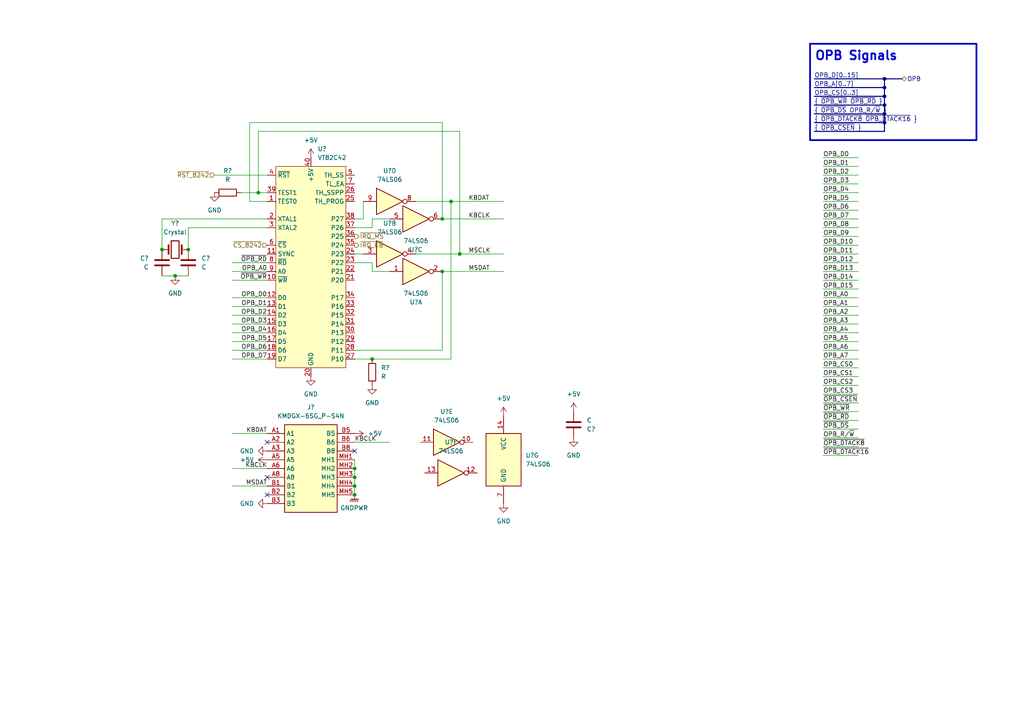
<source format=kicad_sch>
(kicad_sch (version 20230121) (generator eeschema)
  (paper "A4")
  (lib_symbols
    (symbol "74xx:74LS06" (pin_names (offset 1.016))
      (property "Reference" "U" (at 0 1.27 0))
      (property "Value" "74LS06" (at 0 -1.27 0))
      (symbol "74LS06_1_0"
        (polyline (pts (xy -3.81 3.81) (xy -3.81 -3.81) (xy 3.81 0) (xy -3.81 3.81)) (stroke (width 0.254)) (fill (type background)))
        (pin input line (at -7.62 0 0) (length 3.81) (name "~") (number "1"))
        (pin open_collector inverted (at 7.62 0 180) (length 3.81) (name "~") (number "2"))
      )
      (symbol "74LS06_2_0"
        (polyline (pts (xy -3.81 3.81) (xy -3.81 -3.81) (xy 3.81 0) (xy -3.81 3.81)) (stroke (width 0.254)) (fill (type background)))
        (pin input line (at -7.62 0 0) (length 3.81) (name "~") (number "3"))
        (pin open_collector inverted (at 7.62 0 180) (length 3.81) (name "~") (number "4"))
      )
      (symbol "74LS06_3_0"
        (polyline (pts (xy -3.81 3.81) (xy -3.81 -3.81) (xy 3.81 0) (xy -3.81 3.81)) (stroke (width 0.254)) (fill (type background)))
        (pin input line (at -7.62 0 0) (length 3.81) (name "~") (number "5"))
        (pin open_collector inverted (at 7.62 0 180) (length 3.81) (name "~") (number "6"))
      )
      (symbol "74LS06_4_0"
        (polyline (pts (xy -3.81 3.81) (xy -3.81 -3.81) (xy 3.81 0) (xy -3.81 3.81)) (stroke (width 0.254)) (fill (type background)))
        (pin open_collector inverted (at 7.62 0 180) (length 3.81) (name "~") (number "8"))
        (pin input line (at -7.62 0 0) (length 3.81) (name "~") (number "9"))
      )
      (symbol "74LS06_5_0"
        (polyline (pts (xy -3.81 3.81) (xy -3.81 -3.81) (xy 3.81 0) (xy -3.81 3.81)) (stroke (width 0.254)) (fill (type background)))
        (pin open_collector inverted (at 7.62 0 180) (length 3.81) (name "~") (number "10"))
        (pin input line (at -7.62 0 0) (length 3.81) (name "~") (number "11"))
      )
      (symbol "74LS06_6_0"
        (polyline (pts (xy -3.81 3.81) (xy -3.81 -3.81) (xy 3.81 0) (xy -3.81 3.81)) (stroke (width 0.254)) (fill (type background)))
        (pin open_collector inverted (at 7.62 0 180) (length 3.81) (name "~") (number "12"))
        (pin input line (at -7.62 0 0) (length 3.81) (name "~") (number "13"))
      )
      (symbol "74LS06_7_0"
        (pin power_in line (at 0 12.7 270) (length 5.08) (name "VCC") (number "14"))
        (pin power_in line (at 0 -12.7 90) (length 5.08) (name "GND") (number "7"))
      )
      (symbol "74LS06_7_1"
        (rectangle (start -5.08 7.62) (end 5.08 -7.62) (stroke (width 0.254)) (fill (type background)))
      )
    )
    (symbol "Device:C" (pin_numbers hide) (pin_names (offset 0.254))
      (property "Reference" "C" (at 0.635 2.54 0))
      (property "Value" "C" (at 0.635 -2.54 0))
      (symbol "C_0_1"
        (polyline (pts (xy -2.032 -0.762) (xy 2.032 -0.762)) (stroke (width 0.508)))
        (polyline (pts (xy -2.032 0.762) (xy 2.032 0.762)) (stroke (width 0.508)))
      )
      (symbol "C_1_1"
        (pin passive line (at 0 3.81 270) (length 2.794) (name "~") (number "1"))
        (pin passive line (at 0 -3.81 90) (length 2.794) (name "~") (number "2"))
      )
    )
    (symbol "Device:Crystal" (pin_numbers hide) (pin_names (offset 1.016) hide)
      (property "Reference" "Y" (at 0 3.81 0))
      (property "Value" "Crystal" (at 0 -3.81 0))
      (symbol "Crystal_0_1"
        (rectangle (start -1.143 2.54) (end 1.143 -2.54) (stroke (width 0.3048)))
        (polyline (pts (xy -2.54 0) (xy -1.905 0)))
        (polyline (pts (xy -1.905 -1.27) (xy -1.905 1.27)) (stroke (width 0.508)))
        (polyline (pts (xy 1.905 -1.27) (xy 1.905 1.27)) (stroke (width 0.508)))
        (polyline (pts (xy 2.54 0) (xy 1.905 0)))
      )
      (symbol "Crystal_1_1"
        (pin passive line (at -3.81 0 0) (length 1.27) (name "1") (number "1"))
        (pin passive line (at 3.81 0 180) (length 1.27) (name "2") (number "2"))
      )
    )
    (symbol "Device:R" (pin_numbers hide) (pin_names (offset 0))
      (property "Reference" "R" (at 2.032 0 90))
      (property "Value" "R" (at 0 0 90))
      (symbol "R_0_1"
        (rectangle (start -1.016 -2.54) (end 1.016 2.54) (stroke (width 0.254)))
      )
      (symbol "R_1_1"
        (pin passive line (at 0 3.81 270) (length 1.27) (name "~") (number "1"))
        (pin passive line (at 0 -3.81 90) (length 1.27) (name "~") (number "2"))
      )
    )
    (symbol "KMDGX-6SG_P-S4N:KMDGX-6SG_P-S4N"
      (property "Reference" "J" (at 21.59 7.62 0))
      (property "Value" "KMDGX-6SG_P-S4N" (at 21.59 5.08 0))
      (symbol "KMDGX-6SG_P-S4N_1_1"
        (rectangle (start 5.08 2.54) (end 20.32 -22.86) (stroke (width 0.254)) (fill (type background)))
        (pin passive line (at 0 0 0) (length 5.08) (name "A1") (number "A1"))
        (pin passive line (at 0 -2.54 0) (length 5.08) (name "A2") (number "A2"))
        (pin passive line (at 0 -5.08 0) (length 5.08) (name "A3") (number "A3"))
        (pin passive line (at 0 -7.62 0) (length 5.08) (name "A5") (number "A5"))
        (pin passive line (at 0 -10.16 0) (length 5.08) (name "A6") (number "A6"))
        (pin passive line (at 0 -12.7 0) (length 5.08) (name "A8") (number "A8"))
        (pin passive line (at 0 -15.24 0) (length 5.08) (name "B1") (number "B1"))
        (pin passive line (at 0 -17.78 0) (length 5.08) (name "B2") (number "B2"))
        (pin passive line (at 0 -20.32 0) (length 5.08) (name "B3") (number "B3"))
        (pin passive line (at 25.4 0 180) (length 5.08) (name "B5") (number "B5"))
        (pin passive line (at 25.4 -2.54 180) (length 5.08) (name "B6") (number "B6"))
        (pin passive line (at 25.4 -5.08 180) (length 5.08) (name "B8") (number "B8"))
        (pin passive line (at 25.4 -7.62 180) (length 5.08) (name "MH1") (number "MH1"))
        (pin passive line (at 25.4 -10.16 180) (length 5.08) (name "MH2") (number "MH2"))
        (pin passive line (at 25.4 -12.7 180) (length 5.08) (name "MH3") (number "MH3"))
        (pin passive line (at 25.4 -15.24 180) (length 5.08) (name "MH4") (number "MH4"))
        (pin passive line (at 25.4 -17.78 180) (length 5.08) (name "MH5") (number "MH5"))
      )
    )
    (symbol "VT82C42:VT82C42"
      (property "Reference" "U" (at -5.08 29.21 0))
      (property "Value" "VT82C42" (at 5.08 29.21 0))
      (symbol "VT82C42_1_1"
        (rectangle (start -10.16 27.94) (end 10.16 -30.48) (fill (type background)))
        (pin input line (at -12.7 17.78 0) (length 2.54) (name "TEST0") (number "1"))
        (pin input line (at -12.7 -5.08 0) (length 2.54) (name "~{WR}") (number "10"))
        (pin output line (at -12.7 2.54 0) (length 2.54) (name "SYNC") (number "11"))
        (pin bidirectional line (at -12.7 -10.16 0) (length 2.54) (name "D0") (number "12"))
        (pin bidirectional line (at -12.7 -12.7 0) (length 2.54) (name "D1") (number "13"))
        (pin bidirectional line (at -12.7 -15.24 0) (length 2.54) (name "D2") (number "14"))
        (pin bidirectional line (at -12.7 -17.78 0) (length 2.54) (name "D3") (number "15"))
        (pin bidirectional line (at -12.7 -20.32 0) (length 2.54) (name "D4") (number "16"))
        (pin bidirectional line (at -12.7 -22.86 0) (length 2.54) (name "D5") (number "17"))
        (pin bidirectional line (at -12.7 -25.4 0) (length 2.54) (name "D6") (number "18"))
        (pin bidirectional line (at -12.7 -27.94 0) (length 2.54) (name "D7") (number "19"))
        (pin input line (at -12.7 12.7 0) (length 2.54) (name "XTAL1") (number "2"))
        (pin power_in line (at 0 -33.02 90) (length 2.54) (name "GND") (number "20"))
        (pin output line (at 12.7 -5.08 180) (length 2.54) (name "P20") (number "21"))
        (pin output line (at 12.7 -2.54 180) (length 2.54) (name "P21") (number "22"))
        (pin output line (at 12.7 0 180) (length 2.54) (name "P22") (number "23"))
        (pin output line (at 12.7 2.54 180) (length 2.54) (name "P23") (number "24"))
        (pin input line (at 12.7 17.78 180) (length 2.54) (name "TH_PROG") (number "25"))
        (pin input line (at 12.7 20.32 180) (length 2.54) (name "TH_SSPP") (number "26"))
        (pin bidirectional line (at 12.7 -27.94 180) (length 2.54) (name "P10") (number "27"))
        (pin bidirectional line (at 12.7 -25.4 180) (length 2.54) (name "P11") (number "28"))
        (pin bidirectional line (at 12.7 -22.86 180) (length 2.54) (name "P12") (number "29"))
        (pin input line (at -12.7 10.16 0) (length 2.54) (name "XTAL2") (number "3"))
        (pin bidirectional line (at 12.7 -20.32 180) (length 2.54) (name "P13") (number "30"))
        (pin bidirectional line (at 12.7 -17.78 180) (length 2.54) (name "P14") (number "31"))
        (pin bidirectional line (at 12.7 -15.24 180) (length 2.54) (name "P15") (number "32"))
        (pin input line (at 12.7 -12.7 180) (length 2.54) (name "P16") (number "33"))
        (pin input line (at 12.7 -10.16 180) (length 2.54) (name "P17") (number "34"))
        (pin output line (at 12.7 5.08 180) (length 2.54) (name "P24") (number "35"))
        (pin output line (at 12.7 7.62 180) (length 2.54) (name "P25") (number "36"))
        (pin output line (at 12.7 10.16 180) (length 2.54) (name "P26") (number "37"))
        (pin output line (at 12.7 12.7 180) (length 2.54) (name "P27") (number "38"))
        (pin input line (at -12.7 20.32 0) (length 2.54) (name "TEST1") (number "39"))
        (pin input line (at -12.7 25.4 0) (length 2.54) (name "~{RST}") (number "4"))
        (pin power_in line (at 0 30.48 270) (length 2.54) (name "+5V") (number "40"))
        (pin input line (at 12.7 25.4 180) (length 2.54) (name "TH_SS") (number "5"))
        (pin input line (at -12.7 5.08 0) (length 2.54) (name "~{CS}") (number "6"))
        (pin input line (at 12.7 22.86 180) (length 2.54) (name "TL_EA") (number "7"))
        (pin input line (at -12.7 0 0) (length 2.54) (name "~{RD}") (number "8"))
        (pin input line (at -12.7 -2.54 0) (length 2.54) (name "A0") (number "9"))
      )
    )
    (symbol "power:+5V" (power) (pin_names (offset 0))
      (property "Value" "+5V" (at 0 3.556 0))
      (symbol "+5V_0_1"
        (polyline (pts (xy -0.762 1.27) (xy 0 2.54)))
        (polyline (pts (xy 0 0) (xy 0 2.54)))
        (polyline (pts (xy 0 2.54) (xy 0.762 1.27)))
      )
      (symbol "+5V_1_1"
        (pin power_in line (at 0 0 90) (length 0) hide (name "+5V") (number "1"))
      )
    )
    (symbol "power:GND" (power) (pin_names (offset 0))
      (property "Value" "GND" (at 0 -3.81 0))
      (symbol "GND_0_1"
        (polyline (pts (xy 0 0) (xy 0 -1.27) (xy 1.27 -1.27) (xy 0 -2.54) (xy -1.27 -1.27) (xy 0 -1.27)))
      )
      (symbol "GND_1_1"
        (pin power_in line (at 0 0 270) (length 0) hide (name "GND") (number "1"))
      )
    )
    (symbol "power:GNDPWR" (power) (pin_names (offset 0))
      (property "Value" "GNDPWR" (at 0 -3.302 0))
      (symbol "GNDPWR_0_1"
        (polyline (pts (xy 0 -1.27) (xy 0 0)))
        (polyline (pts (xy -1.016 -1.27) (xy -1.27 -2.032) (xy -1.27 -2.032)) (stroke (width 0.2032)))
        (polyline (pts (xy -0.508 -1.27) (xy -0.762 -2.032) (xy -0.762 -2.032)) (stroke (width 0.2032)))
        (polyline (pts (xy 0 -1.27) (xy -0.254 -2.032) (xy -0.254 -2.032)) (stroke (width 0.2032)))
        (polyline (pts (xy 0.508 -1.27) (xy 0.254 -2.032) (xy 0.254 -2.032)) (stroke (width 0.2032)))
        (polyline (pts (xy 1.016 -1.27) (xy -1.016 -1.27) (xy -1.016 -1.27)) (stroke (width 0.2032)))
        (polyline (pts (xy 1.016 -1.27) (xy 0.762 -2.032) (xy 0.762 -2.032) (xy 0.762 -2.032)) (stroke (width 0.2032)))
      )
      (symbol "GNDPWR_1_1"
        (pin power_in line (at 0 0 270) (length 0) hide (name "GNDPWR") (number "1"))
      )
    )
  )
  (junction (at 130.81 58.42))
  (junction (at 133.35 73.66))
  (junction (at 54.61 72.39))
  (junction (at 102.87 138.43))
  (junction (at 50.8 80.01))
  (junction (at 102.87 140.97))
  (junction (at 74.93 55.88))
  (junction (at 256.54 25.4))
  (junction (at 128.27 78.74))
  (junction (at 46.99 72.39))
  (junction (at 256.54 22.86))
  (junction (at 256.54 35.56))
  (junction (at 102.87 143.51))
  (junction (at 256.54 30.48))
  (junction (at 107.95 104.14))
  (junction (at 256.54 27.94))
  (junction (at 102.87 135.89))
  (junction (at 128.27 63.5))
  (junction (at 256.54 33.02))
  (no_connect (at 102.87 130.81))
  (no_connect (at 77.47 128.27))
  (no_connect (at 77.47 143.51))
  (no_connect (at 77.47 138.43))
  (wire (pts (xy 102.87 63.5) (xy 105.41 63.5)))
  (wire (pts (xy 67.31 104.14) (xy 77.47 104.14)))
  (wire (pts (xy 248.92 106.68) (xy 238.76 106.68)))
  (wire (pts (xy 248.92 119.38) (xy 238.76 119.38)))
  (wire (pts (xy 107.95 78.74) (xy 113.03 78.74)))
  (wire (pts (xy 107.95 104.14) (xy 130.81 104.14)))
  (wire (pts (xy 248.92 83.82) (xy 238.76 83.82)))
  (wire (pts (xy 128.27 78.74) (xy 146.05 78.74)))
  (wire (pts (xy 107.95 76.2) (xy 107.95 78.74)))
  (wire (pts (xy 67.31 91.44) (xy 77.47 91.44)))
  (wire (pts (xy 248.92 88.9) (xy 238.76 88.9)))
  (wire (pts (xy 102.87 76.2) (xy 107.95 76.2)))
  (wire (pts (xy 46.99 80.01) (xy 50.8 80.01)))
  (bus (pts (xy 236.22 27.94) (xy 256.54 27.94)))
  (bus (pts (xy 236.22 22.86) (xy 256.54 22.86)))
  (wire (pts (xy 248.92 111.76) (xy 238.76 111.76)))
  (bus (pts (xy 236.22 25.4) (xy 256.54 25.4)))
  (wire (pts (xy 102.87 101.6) (xy 128.27 101.6)))
  (wire (pts (xy 248.92 99.06) (xy 238.76 99.06)))
  (wire (pts (xy 102.87 73.66) (xy 105.41 73.66)))
  (wire (pts (xy 102.87 140.97) (xy 102.87 143.51)))
  (wire (pts (xy 128.27 101.6) (xy 128.27 78.74)))
  (wire (pts (xy 248.92 81.28) (xy 238.76 81.28)))
  (wire (pts (xy 248.92 96.52) (xy 238.76 96.52)))
  (wire (pts (xy 248.92 116.84) (xy 238.76 116.84)))
  (wire (pts (xy 107.95 63.5) (xy 113.03 63.5)))
  (wire (pts (xy 248.92 121.92) (xy 238.76 121.92)))
  (wire (pts (xy 248.92 124.46) (xy 238.76 124.46)))
  (wire (pts (xy 105.41 63.5) (xy 105.41 58.42)))
  (wire (pts (xy 67.31 76.2) (xy 77.47 76.2)))
  (wire (pts (xy 77.47 58.42) (xy 72.39 58.42)))
  (wire (pts (xy 248.92 71.12) (xy 238.76 71.12)))
  (bus (pts (xy 256.54 27.94) (xy 256.54 25.4)))
  (wire (pts (xy 102.87 66.04) (xy 107.95 66.04)))
  (wire (pts (xy 248.92 68.58) (xy 238.76 68.58)))
  (bus (pts (xy 256.54 35.56) (xy 256.54 33.02)))
  (bus (pts (xy 256.54 33.02) (xy 256.54 30.48)))
  (wire (pts (xy 67.31 93.98) (xy 77.47 93.98)))
  (wire (pts (xy 46.99 63.5) (xy 46.99 72.39)))
  (bus (pts (xy 256.54 25.4) (xy 256.54 22.86)))
  (wire (pts (xy 248.92 73.66) (xy 238.76 73.66)))
  (bus (pts (xy 236.22 33.02) (xy 256.54 33.02)))
  (wire (pts (xy 77.47 63.5) (xy 46.99 63.5)))
  (wire (pts (xy 248.92 45.72) (xy 238.76 45.72)))
  (wire (pts (xy 54.61 66.04) (xy 54.61 72.39)))
  (wire (pts (xy 248.92 60.96) (xy 238.76 60.96)))
  (wire (pts (xy 67.31 99.06) (xy 77.47 99.06)))
  (wire (pts (xy 120.65 58.42) (xy 130.81 58.42)))
  (wire (pts (xy 50.8 80.01) (xy 54.61 80.01)))
  (wire (pts (xy 130.81 58.42) (xy 130.81 104.14)))
  (wire (pts (xy 248.92 114.3) (xy 238.76 114.3)))
  (wire (pts (xy 107.95 104.14) (xy 102.87 104.14)))
  (wire (pts (xy 248.92 50.8) (xy 238.76 50.8)))
  (wire (pts (xy 128.27 35.56) (xy 128.27 63.5)))
  (wire (pts (xy 133.35 73.66) (xy 146.05 73.66)))
  (wire (pts (xy 67.31 125.73) (xy 77.47 125.73)))
  (wire (pts (xy 248.92 129.54) (xy 238.76 129.54)))
  (wire (pts (xy 113.03 128.27) (xy 102.87 128.27)))
  (wire (pts (xy 248.92 91.44) (xy 238.76 91.44)))
  (wire (pts (xy 54.61 66.04) (xy 77.47 66.04)))
  (wire (pts (xy 74.93 55.88) (xy 74.93 38.1)))
  (wire (pts (xy 67.31 86.36) (xy 77.47 86.36)))
  (wire (pts (xy 248.92 101.6) (xy 238.76 101.6)))
  (wire (pts (xy 102.87 138.43) (xy 102.87 140.97)))
  (wire (pts (xy 248.92 109.22) (xy 238.76 109.22)))
  (wire (pts (xy 69.85 55.88) (xy 74.93 55.88)))
  (bus (pts (xy 236.22 38.1) (xy 256.54 38.1)))
  (wire (pts (xy 67.31 81.28) (xy 77.47 81.28)))
  (wire (pts (xy 248.92 76.2) (xy 238.76 76.2)))
  (wire (pts (xy 102.87 133.35) (xy 102.87 135.89)))
  (wire (pts (xy 102.87 135.89) (xy 102.87 138.43)))
  (wire (pts (xy 248.92 93.98) (xy 238.76 93.98)))
  (wire (pts (xy 248.92 66.04) (xy 238.76 66.04)))
  (wire (pts (xy 72.39 35.56) (xy 128.27 35.56)))
  (bus (pts (xy 256.54 38.1) (xy 256.54 35.56)))
  (wire (pts (xy 248.92 58.42) (xy 238.76 58.42)))
  (wire (pts (xy 72.39 58.42) (xy 72.39 35.56)))
  (wire (pts (xy 128.27 63.5) (xy 146.05 63.5)))
  (bus (pts (xy 256.54 30.48) (xy 256.54 27.94)))
  (wire (pts (xy 248.92 86.36) (xy 238.76 86.36)))
  (wire (pts (xy 62.23 50.8) (xy 77.47 50.8)))
  (wire (pts (xy 74.93 38.1) (xy 133.35 38.1)))
  (wire (pts (xy 130.81 58.42) (xy 146.05 58.42)))
  (bus (pts (xy 236.22 35.56) (xy 256.54 35.56)))
  (wire (pts (xy 74.93 55.88) (xy 77.47 55.88)))
  (bus (pts (xy 236.22 30.48) (xy 256.54 30.48)))
  (wire (pts (xy 248.92 132.08) (xy 238.76 132.08)))
  (wire (pts (xy 248.92 78.74) (xy 238.76 78.74)))
  (wire (pts (xy 248.92 104.14) (xy 238.76 104.14)))
  (wire (pts (xy 248.92 53.34) (xy 238.76 53.34)))
  (wire (pts (xy 248.92 63.5) (xy 238.76 63.5)))
  (wire (pts (xy 67.31 96.52) (xy 77.47 96.52)))
  (wire (pts (xy 67.31 101.6) (xy 77.47 101.6)))
  (wire (pts (xy 248.92 48.26) (xy 238.76 48.26)))
  (wire (pts (xy 67.31 140.97) (xy 77.47 140.97)))
  (bus (pts (xy 256.54 22.86) (xy 261.62 22.86)))
  (wire (pts (xy 133.35 73.66) (xy 133.35 38.1)))
  (wire (pts (xy 77.47 78.74) (xy 67.31 78.74)))
  (wire (pts (xy 107.95 66.04) (xy 107.95 63.5)))
  (wire (pts (xy 67.31 88.9) (xy 77.47 88.9)))
  (wire (pts (xy 248.92 55.88) (xy 238.76 55.88)))
  (wire (pts (xy 248.92 127) (xy 238.76 127)))
  (wire (pts (xy 120.65 73.66) (xy 133.35 73.66)))
  (wire (pts (xy 67.31 135.89) (xy 77.47 135.89)))
  (rectangle (start 234.95 12.7) (end 283.21 40.64) (stroke (width 0.508)))
  (text "OPB Signals" (at 236.22 17.78 0) (effects (font (size 2.54 2.54) (thickness 0.508) bold) (justify left bottom)))
  (label "OPB_D8" (at 238.76 66.04 0))
  (label "OPB_A[0..7]" (at 236.22 25.4 0))
  (label "KBDAT" (at 77.47 125.73 180))
  (label "OPB_D7" (at 238.76 63.5 0))
  (label "{ ~{OPB_DTACK8} ~{OPB_DTACK16} }" (at 236.22 35.56 0))
  (label "~{OPB_WR}" (at 77.47 81.28 180))
  (label "{ ~{OPB_CSEN} }" (at 236.22 38.1 0))
  (label "OPB_D5" (at 77.47 99.06 180))
  (label "{ ~{OPB_WR} ~{OPB_RD} }" (at 236.22 30.48 0))
  (label "OPB_A3" (at 238.76 93.98 0))
  (label "OPB_D11" (at 238.76 73.66 0))
  (label "~{OPB_RD}" (at 238.76 121.92 0))
  (label "OPB_CS3" (at 238.76 114.3 0))
  (label "~{OPB_WR}" (at 238.76 119.38 0))
  (label "OPB_R{slash}~{W}" (at 238.76 127 0))
  (label "MSDAT" (at 77.47 140.97 180))
  (label "OPB_D6" (at 238.76 60.96 0))
  (label "OPB_D13" (at 238.76 78.74 0))
  (label "KBCLK" (at 102.87 128.27 0))
  (label "OPB_A0" (at 77.47 78.74 180))
  (label "OPB_D2" (at 77.47 91.44 180))
  (label "OPB_D9" (at 238.76 68.58 0))
  (label "OPB_D5" (at 238.76 58.42 0))
  (label "OPB_D12" (at 238.76 76.2 0))
  (label "OPB_A4" (at 238.76 96.52 0))
  (label "OPB_D6" (at 77.47 101.6 180))
  (label "OPB_D3" (at 77.47 93.98 180))
  (label "~{OPB_DTACK8}" (at 238.76 129.54 0))
  (label "OPB_A1" (at 238.76 88.9 0))
  (label "KBCLK" (at 77.47 135.89 180))
  (label "OPB_A0" (at 238.76 86.36 0))
  (label "OPB_A6" (at 238.76 101.6 0))
  (label "OPB_A5" (at 238.76 99.06 0))
  (label "OPB_D1" (at 238.76 48.26 0))
  (label "OPB_D3" (at 238.76 53.34 0))
  (label "OPB_D4" (at 238.76 55.88 0))
  (label "OPB_D14" (at 238.76 81.28 0))
  (label "OPB_CS1" (at 238.76 109.22 0))
  (label "OPB_A2" (at 238.76 91.44 0))
  (label "KBDAT" (at 135.89 58.42 0))
  (label "OPB_D4" (at 77.47 96.52 180))
  (label "OPB_CS0" (at 238.76 106.68 0))
  (label "~{OPB_RD}" (at 77.47 76.2 180))
  (label "{ ~{OPB_DS} OPB_R{slash}~{W} }" (at 236.22 33.02 0))
  (label "OPB_D10" (at 238.76 71.12 0))
  (label "OPB_D1" (at 77.47 88.9 180))
  (label "OPB_A7" (at 238.76 104.14 0))
  (label "OPB_D0" (at 238.76 45.72 0))
  (label "MSDAT" (at 135.89 78.74 0))
  (label "OPB_CS[0..3]" (at 236.22 27.94 0))
  (label "OPB_D[0..15]" (at 236.22 22.86 0))
  (label "OPB_D0" (at 77.47 86.36 180))
  (label "~{OPB_CSEN}" (at 238.76 116.84 0))
  (label "OPB_CS2" (at 238.76 111.76 0))
  (label "KBCLK" (at 135.89 63.5 0))
  (label "~{OPB_DS}" (at 238.76 124.46 0))
  (label "MSCLK" (at 135.89 73.66 0))
  (label "~{OPB_DTACK16}" (at 238.76 132.08 0))
  (label "OPB_D15" (at 238.76 83.82 0))
  (label "OPB_D2" (at 238.76 50.8 0))
  (label "OPB_D7" (at 77.47 104.14 180))
  (hierarchical_label "~{CS_8242}" (shape input) (at 77.47 71.12 180))
  (hierarchical_label "OPB" (shape bidirectional) (at 261.62 22.86 0))
  (hierarchical_label "~{IRQ_MS}" (shape output) (at 102.87 68.58 0))
  (hierarchical_label "~{RST_8242}" (shape input) (at 62.23 50.8 180))
  (hierarchical_label "~{IRQ_KB}" (shape output) (at 102.87 71.12 0))
  (symbol (lib_id "Device:C") (at 166.37 123.19 0) (mirror x) (unit 1)
    (property "Reference" "C?" (at 170.18 124.46 0) (effects (justify left)))
    (property "Value" "C" (at 170.18 121.92 0) (effects (justify left)))
    (property "Footprint" "Capacitor_SMD:C_0603_1608Metric_Pad1.08x0.95mm_HandSolder" (effects hide))
    (instances (project "m68k-hbc" (path "" (reference "C?") (unit 1)) (path "" (reference "C167") (unit 1))))
  )
  (symbol (lib_id "74xx:74LS06") (at 130.81 137.16 0) (unit 6)
    (property "Reference" "U?" (at 130.81 128.27 0))
    (property "Value" "74LS06" (at 130.81 130.81 0))
    (property "Footprint" "Package_SO:SOIC-14W_7.5x9mm_P1.27mm" (effects hide))
    (property "Datasheet" "http://www.ti.com/lit/gpn/sn74LS06" (effects hide))
    (instances (project "m68k-hbc" (path "" (reference "U?") (unit 6)) (path "" (reference "U40") (unit 6))))
  )
  (symbol (lib_id "Device:C") (at 46.99 76.2 0) (unit 1)
    (property "Reference" "C?" (at 43.18 74.93 0) (effects (justify right)))
    (property "Value" "C" (at 43.18 77.47 0) (effects (justify right)))
    (property "Footprint" "Capacitor_SMD:C_0603_1608Metric_Pad1.08x0.95mm_HandSolder" (effects hide))
    (instances (project "m68k-hbc" (path "" (reference "C?") (unit 1)) (path "" (reference "C54") (unit 1))))
  )
  (symbol (lib_id "power:+5V") (at 166.37 119.38 0) (unit 1)
    (property "Reference" "#PWR0113" (effects hide))
    (property "Value" "+5V" (at 166.37 114.3 0))
  )
  (symbol (lib_id "Device:R") (at 66.04 55.88 90) (unit 1)
    (property "Reference" "R?" (at 66.04 49.53 90))
    (property "Value" "R" (at 66.04 52.07 90))
    (property "Footprint" "Resistor_SMD:R_0603_1608Metric_Pad0.98x0.95mm_HandSolder" (effects hide))
    (instances (project "m68k-hbc" (path "" (reference "R?") (unit 1)) (path "" (reference "R3") (unit 1))))
  )
  (symbol (lib_id "power:GND") (at 166.37 127 0) (unit 1)
    (property "Reference" "#PWR0128" (effects hide))
    (property "Value" "GND" (at 166.37 132.08 0))
  )
  (symbol (lib_id "power:GND") (at 77.47 130.81 270) (unit 1)
    (property "Reference" "#PWR?" (effects hide))
    (property "Value" "GND" (at 73.66 130.81 90) (effects (justify right)))
    (instances (project "m68k-hbc" (path "" (reference "#PWR?") (unit 1)) (path "" (reference "#PWR0160") (unit 1))))
  )
  (symbol (lib_id "power:+5V") (at 102.87 125.73 270) (mirror x) (unit 1)
    (property "Reference" "#PWR?" (effects hide))
    (property "Value" "+5V" (at 106.68 125.73 90) (effects (justify left)))
    (instances (project "m68k-hbc" (path "" (reference "#PWR?") (unit 1)) (path "" (reference "#PWR0127") (unit 1))))
  )
  (symbol (lib_id "74xx:74LS06") (at 146.05 133.35 0) (unit 7)
    (property "Reference" "U?" (at 152.4 132.08 0) (effects (justify left)))
    (property "Value" "74LS06" (at 152.4 134.62 0) (effects (justify left)))
    (property "Footprint" "Package_SO:SOIC-14W_7.5x9mm_P1.27mm" (effects hide))
    (property "Datasheet" "http://www.ti.com/lit/gpn/sn74LS06" (effects hide))
    (instances (project "m68k-hbc" (path "" (reference "U?") (unit 7)) (path "" (reference "U40") (unit 7))))
  )
  (symbol (lib_id "power:+5V") (at 77.47 133.35 90) (unit 1)
    (property "Reference" "#PWR?" (effects hide))
    (property "Value" "+5V" (at 73.66 133.35 90) (effects (justify left)))
    (instances (project "m68k-hbc" (path "" (reference "#PWR?") (unit 1)) (path "" (reference "#PWR0325") (unit 1))))
  )
  (symbol (lib_id "power:GND") (at 77.47 146.05 270) (unit 1)
    (property "Reference" "#PWR?" (effects hide))
    (property "Value" "GND" (at 73.66 146.05 90) (effects (justify right)))
    (instances (project "m68k-hbc" (path "" (reference "#PWR?") (unit 1)) (path "" (reference "#PWR0327") (unit 1))))
  )
  (symbol (lib_id "power:+5V") (at 146.05 120.65 0) (unit 1)
    (property "Reference" "#PWR?" (effects hide))
    (property "Value" "+5V" (at 146.05 115.57 0))
    (instances (project "m68k-hbc" (path "" (reference "#PWR?") (unit 1)) (path "" (reference "#PWR0114") (unit 1))))
  )
  (symbol (lib_id "74xx:74LS06") (at 113.03 58.42 0) (unit 4)
    (property "Reference" "U?" (at 113.03 49.53 0))
    (property "Value" "74LS06" (at 113.03 52.07 0))
    (property "Footprint" "Package_SO:SOIC-14W_7.5x9mm_P1.27mm" (effects hide))
    (property "Datasheet" "http://www.ti.com/lit/gpn/sn74LS06" (effects hide))
    (instances (project "m68k-hbc" (path "" (reference "U?") (unit 4)) (path "" (reference "U40") (unit 4))))
  )
  (symbol (lib_id "power:GND") (at 107.95 111.76 0) (unit 1)
    (property "Reference" "#PWR?" (effects hide))
    (property "Value" "GND" (at 107.95 116.84 0))
    (instances (project "m68k-hbc" (path "" (reference "#PWR?") (unit 1)) (path "" (reference "#PWR0112") (unit 1))))
  )
  (symbol (lib_id "power:GND") (at 90.17 109.22 0) (unit 1)
    (property "Reference" "#PWR?" (effects hide))
    (property "Value" "GND" (at 90.17 114.3 0))
    (instances (project "m68k-hbc" (path "" (reference "#PWR?") (unit 1)) (path "" (reference "#PWR0111") (unit 1))))
  )
  (symbol (lib_id "power:GNDPWR") (at 102.87 143.51 0) (unit 1)
    (property "Reference" "#PWR?" (effects hide))
    (property "Value" "GNDPWR" (at 102.743 147.32 0))
    (instances (project "m68k-hbc" (path "" (reference "#PWR?") (unit 1)) (path "" (reference "#PWR0326") (unit 1))))
  )
  (symbol (lib_id "power:GND") (at 62.23 55.88 0) (unit 1)
    (property "Reference" "#PWR?" (effects hide))
    (property "Value" "GND" (at 62.23 60.96 0))
    (instances (project "m68k-hbc" (path "" (reference "#PWR?") (unit 1)) (path "" (reference "#PWR093") (unit 1))))
  )
  (symbol (lib_id "power:+5V") (at 90.17 45.72 0) (unit 1)
    (property "Reference" "#PWR?" (effects hide))
    (property "Value" "+5V" (at 90.17 40.64 0))
    (instances (project "m68k-hbc" (path "" (reference "#PWR?") (unit 1)) (path "" (reference "#PWR092") (unit 1))))
  )
  (symbol (lib_id "74xx:74LS06") (at 113.03 73.66 0) (unit 2)
    (property "Reference" "U?" (at 113.03 64.77 0))
    (property "Value" "74LS06" (at 113.03 67.31 0))
    (property "Footprint" "Package_SO:SOIC-14W_7.5x9mm_P1.27mm" (effects hide))
    (property "Datasheet" "http://www.ti.com/lit/gpn/sn74LS06" (effects hide))
    (instances (project "m68k-hbc" (path "" (reference "U?") (unit 2)) (path "" (reference "U40") (unit 2))))
  )
  (symbol (lib_id "power:GND") (at 146.05 146.05 0) (unit 1)
    (property "Reference" "#PWR?" (effects hide))
    (property "Value" "GND" (at 146.05 151.13 0))
    (instances (project "m68k-hbc" (path "" (reference "#PWR?") (unit 1)) (path "" (reference "#PWR0328") (unit 1))))
  )
  (symbol (lib_id "Device:R") (at 107.95 107.95 0) (unit 1)
    (property "Reference" "R?" (at 110.49 106.68 0) (effects (justify left)))
    (property "Value" "R" (at 110.49 109.22 0) (effects (justify left)))
    (property "Footprint" "Resistor_SMD:R_0603_1608Metric_Pad0.98x0.95mm_HandSolder" (effects hide))
    (instances (project "m68k-hbc" (path "" (reference "R?") (unit 1)) (path "" (reference "R8") (unit 1))))
  )
  (symbol (lib_id "KMDGX-6SG_P-S4N:KMDGX-6SG_P-S4N") (at 77.47 125.73 0) (unit 1)
    (property "Reference" "J?" (at 90.17 118.11 0))
    (property "Value" "KMDGX-6SG_P-S4N" (at 90.17 120.65 0))
    (property "Footprint" "KMDGX6SGPS4N" (effects hide))
    (property "Datasheet" "http://www.kycon.com/Pub_Eng_Draw/KMDGX-6SG-P-S4N.pdf" (effects hide))
    (property "Height" "28.55" (effects hide))
    (property "Mouser Part Number" "806-KMDGX-6SGP-S4N" (effects hide))
    (property "Mouser Price/Stock" "https://www.mouser.co.uk/ProductDetail/Kycon/KMDGX-6SG-P-S4N?qs=wzaPhkLM3Q5CI9SGP7X58Q%3D%3D" (effects hide))
    (property "Manufacturer_Name" "Kycon" (effects hide))
    (property "Manufacturer_Part_Number" "KMDGX-6SG/P-S4N" (effects hide))
    (instances (project "m68k-hbc" (path "" (reference "J?") (unit 1)) (path "" (reference "J11") (unit 1))))
  )
  (symbol (lib_id "VT82C42:VT82C42") (at 90.17 76.2 0) (unit 1)
    (property "Reference" "U?" (at 92.1259 43.18 0) (effects (justify left)))
    (property "Value" "VT82C42" (at 92.1259 45.72 0) (effects (justify left)))
    (property "Footprint" "Package_DIP:DIP-40_W15.24mm_Socket" (effects hide))
    (property "Datasheet" "http://www.bitsavers.org/components/viaTechnologies/VT82C42_Keyboard_Controller_199511.pdf" (effects hide))
    (instances (project "m68k-hbc" (path "" (reference "U?") (unit 1)) (path "" (reference "U41") (unit 1))))
  )
  (symbol (lib_id "Device:C") (at 54.61 76.2 0) (unit 1)
    (property "Reference" "C?" (at 58.42 74.93 0) (effects (justify left)))
    (property "Value" "C" (at 58.42 77.47 0) (effects (justify left)))
    (property "Footprint" "Capacitor_SMD:C_0603_1608Metric_Pad1.08x0.95mm_HandSolder" (effects hide))
    (instances (project "m68k-hbc" (path "" (reference "C?") (unit 1)) (path "" (reference "C63") (unit 1))))
  )
  (symbol (lib_id "power:GND") (at 50.8 80.01 0) (unit 1)
    (property "Reference" "#PWR?" (effects hide))
    (property "Value" "GND" (at 50.8 85.09 0))
    (instances (project "m68k-hbc" (path "" (reference "#PWR?") (unit 1)) (path "" (reference "#PWR098") (unit 1))))
  )
  (symbol (lib_id "74xx:74LS06") (at 120.65 78.74 0) (mirror x) (unit 1)
    (property "Reference" "U?" (at 120.65 87.63 0))
    (property "Value" "74LS06" (at 120.65 85.09 0))
    (property "Footprint" "Package_SO:SOIC-14W_7.5x9mm_P1.27mm" (effects hide))
    (property "Datasheet" "http://www.ti.com/lit/gpn/sn74LS06" (effects hide))
    (instances (project "m68k-hbc" (path "" (reference "U?") (unit 1)) (path "" (reference "U40") (unit 1))))
  )
  (symbol (lib_id "74xx:74LS06") (at 120.65 63.5 0) (mirror x) (unit 3)
    (property "Reference" "U?" (at 120.65 72.39 0))
    (property "Value" "74LS06" (at 120.65 69.85 0))
    (property "Footprint" "Package_SO:SOIC-14W_7.5x9mm_P1.27mm" (effects hide))
    (property "Datasheet" "http://www.ti.com/lit/gpn/sn74LS06" (effects hide))
    (instances (project "m68k-hbc" (path "" (reference "U?") (unit 3)) (path "" (reference "U40") (unit 3))))
  )
  (symbol (lib_id "74xx:74LS06") (at 129.54 128.27 0) (unit 5)
    (property "Reference" "U?" (at 129.54 119.38 0))
    (property "Value" "74LS06" (at 129.54 121.92 0))
    (property "Footprint" "Package_SO:SOIC-14W_7.5x9mm_P1.27mm" (effects hide))
    (property "Datasheet" "http://www.ti.com/lit/gpn/sn74LS06" (effects hide))
    (instances (project "m68k-hbc" (path "" (reference "U?") (unit 5)) (path "" (reference "U40") (unit 5))))
  )
  (symbol (lib_id "Device:Crystal") (at 50.8 72.39 180) (unit 1)
    (property "Reference" "Y?" (at 50.8 64.77 0))
    (property "Value" "Crystal" (at 50.8 67.31 0))
    (property "Footprint" "Crystal:Crystal_HC52-6mm_Vertical" (effects hide))
    (instances (project "m68k-hbc" (path "" (reference "Y?") (unit 1)) (path "" (reference "Y9") (unit 1))))
  )
)
</source>
